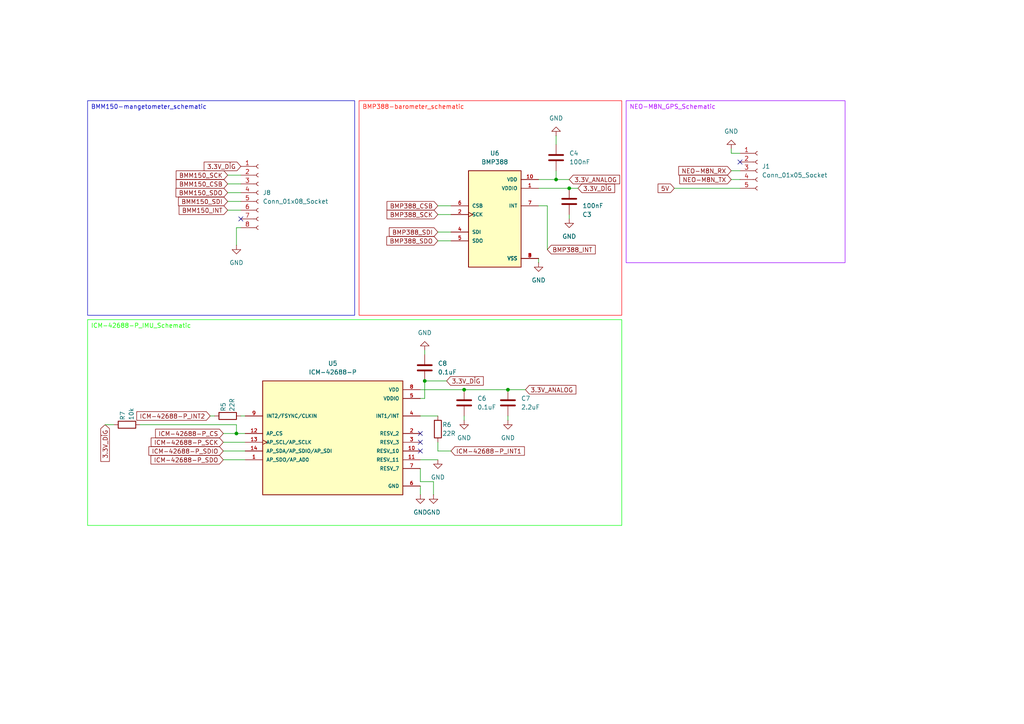
<source format=kicad_sch>
(kicad_sch (version 20250114) (generator "eeschema") (generator_version "9.0")
  (paper "A4")
  (lib_symbols
    (symbol "BMP388:BMP388" (pin_names (offset 1.016))
      (property "Reference" "U" (at -7.6281 15.2562 0))
      (property "Value" "BMP388" (at -7.6268 -15.2536 0))
      (symbol "BMP388_0_0"
        (rectangle (start -7.62 -12.7) (end 7.62 15.24) (stroke (width 0.254)) (fill (type background)))
        (pin input line (at -12.7 5.08 0) (length 5.08) (name "CSB") (number "6"))
        (pin input clock (at -12.7 2.54 0) (length 5.08) (name "SCK") (number "2"))
        (pin bidirectional line (at -12.7 -2.54 0) (length 5.08) (name "SDI") (number "4"))
        (pin bidirectional line (at -12.7 -5.08 0) (length 5.08) (name "SDO") (number "5"))
        (pin power_in line (at 12.7 12.7 180) (length 5.08) (name "VDD") (number "10"))
        (pin power_in line (at 12.7 10.16 180) (length 5.08) (name "VDDIO") (number "1"))
        (pin output line (at 12.7 5.08 180) (length 5.08) (name "INT") (number "7"))
        (pin power_in line (at 12.7 -10.16 180) (length 5.08) (name "VSS") (number "3"))
        (pin power_in line (at 12.7 -10.16 180) (length 5.08) (name "VSS") (number "8"))
        (pin power_in line (at 12.7 -10.16 180) (length 5.08) (name "VSS") (number "9"))
      )
    )
    (symbol "Connector:Conn_01x05_Socket" (pin_names (offset 1.016) (hide yes))
      (property "Reference" "J" (at 0 7.62 0))
      (property "Value" "Conn_01x05_Socket" (at 0 -7.62 0))
      (symbol "Conn_01x05_Socket_1_1"
        (polyline (pts (xy -1.27 5.08) (xy -0.508 5.08)) (stroke (width 0.1524)))
        (polyline (pts (xy -1.27 2.54) (xy -0.508 2.54)) (stroke (width 0.1524)))
        (polyline (pts (xy -1.27 0) (xy -0.508 0)) (stroke (width 0.1524)))
        (polyline (pts (xy -1.27 -2.54) (xy -0.508 -2.54)) (stroke (width 0.1524)))
        (polyline (pts (xy -1.27 -5.08) (xy -0.508 -5.08)) (stroke (width 0.1524)))
        (arc (start 0 4.572) (mid -0.5058 5.08) (end 0 5.588) (stroke (width 0.1524)))
        (arc (start 0 2.032) (mid -0.5058 2.54) (end 0 3.048) (stroke (width 0.1524)))
        (arc (start 0 -0.508) (mid -0.5058 0) (end 0 0.508) (stroke (width 0.1524)))
        (arc (start 0 -3.048) (mid -0.5058 -2.54) (end 0 -2.032) (stroke (width 0.1524)))
        (arc (start 0 -5.588) (mid -0.5058 -5.08) (end 0 -4.572) (stroke (width 0.1524)))
        (pin passive line (at -5.08 5.08 0) (length 3.81) (name "Pin_1") (number "1"))
        (pin passive line (at -5.08 2.54 0) (length 3.81) (name "Pin_2") (number "2"))
        (pin passive line (at -5.08 0 0) (length 3.81) (name "Pin_3") (number "3"))
        (pin passive line (at -5.08 -2.54 0) (length 3.81) (name "Pin_4") (number "4"))
        (pin passive line (at -5.08 -5.08 0) (length 3.81) (name "Pin_5") (number "5"))
      )
    )
    (symbol "Connector:Conn_01x08_Socket" (pin_names (offset 1.016) (hide yes))
      (property "Reference" "J" (at 0 10.16 0))
      (property "Value" "Conn_01x08_Socket" (at 0 -12.7 0))
      (symbol "Conn_01x08_Socket_1_1"
        (polyline (pts (xy -1.27 7.62) (xy -0.508 7.62)) (stroke (width 0.1524)))
        (polyline (pts (xy -1.27 5.08) (xy -0.508 5.08)) (stroke (width 0.1524)))
        (polyline (pts (xy -1.27 2.54) (xy -0.508 2.54)) (stroke (width 0.1524)))
        (polyline (pts (xy -1.27 0) (xy -0.508 0)) (stroke (width 0.1524)))
        (polyline (pts (xy -1.27 -2.54) (xy -0.508 -2.54)) (stroke (width 0.1524)))
        (polyline (pts (xy -1.27 -5.08) (xy -0.508 -5.08)) (stroke (width 0.1524)))
        (polyline (pts (xy -1.27 -7.62) (xy -0.508 -7.62)) (stroke (width 0.1524)))
        (polyline (pts (xy -1.27 -10.16) (xy -0.508 -10.16)) (stroke (width 0.1524)))
        (arc (start 0 7.112) (mid -0.5058 7.62) (end 0 8.128) (stroke (width 0.1524)))
        (arc (start 0 4.572) (mid -0.5058 5.08) (end 0 5.588) (stroke (width 0.1524)))
        (arc (start 0 2.032) (mid -0.5058 2.54) (end 0 3.048) (stroke (width 0.1524)))
        (arc (start 0 -0.508) (mid -0.5058 0) (end 0 0.508) (stroke (width 0.1524)))
        (arc (start 0 -3.048) (mid -0.5058 -2.54) (end 0 -2.032) (stroke (width 0.1524)))
        (arc (start 0 -5.588) (mid -0.5058 -5.08) (end 0 -4.572) (stroke (width 0.1524)))
        (arc (start 0 -8.128) (mid -0.5058 -7.62) (end 0 -7.112) (stroke (width 0.1524)))
        (arc (start 0 -10.668) (mid -0.5058 -10.16) (end 0 -9.652) (stroke (width 0.1524)))
        (pin passive line (at -5.08 7.62 0) (length 3.81) (name "Pin_1") (number "1"))
        (pin passive line (at -5.08 5.08 0) (length 3.81) (name "Pin_2") (number "2"))
        (pin passive line (at -5.08 2.54 0) (length 3.81) (name "Pin_3") (number "3"))
        (pin passive line (at -5.08 0 0) (length 3.81) (name "Pin_4") (number "4"))
        (pin passive line (at -5.08 -2.54 0) (length 3.81) (name "Pin_5") (number "5"))
        (pin passive line (at -5.08 -5.08 0) (length 3.81) (name "Pin_6") (number "6"))
        (pin passive line (at -5.08 -7.62 0) (length 3.81) (name "Pin_7") (number "7"))
        (pin passive line (at -5.08 -10.16 0) (length 3.81) (name "Pin_8") (number "8"))
      )
    )
    (symbol "Device:C" (pin_numbers (hide yes)) (pin_names (offset 0.254))
      (property "Reference" "C" (at 0.635 2.54 0))
      (property "Value" "C" (at 0.635 -2.54 0))
      (symbol "C_0_1"
        (polyline (pts (xy -2.032 0.762) (xy 2.032 0.762)) (stroke (width 0.508)))
        (polyline (pts (xy -2.032 -0.762) (xy 2.032 -0.762)) (stroke (width 0.508)))
      )
      (symbol "C_1_1"
        (pin passive line (at 0 3.81 270) (length 2.794) (name "~") (number "1"))
        (pin passive line (at 0 -3.81 90) (length 2.794) (name "~") (number "2"))
      )
    )
    (symbol "Device:R" (pin_numbers (hide yes)) (pin_names (offset 0))
      (property "Reference" "R" (at 2.032 0 90))
      (property "Value" "R" (at 0 0 90))
      (symbol "R_0_1"
        (rectangle (start -1.016 -2.54) (end 1.016 2.54) (stroke (width 0.254)))
      )
      (symbol "R_1_1"
        (pin passive line (at 0 3.81 270) (length 1.27) (name "~") (number "1"))
        (pin passive line (at 0 -3.81 90) (length 1.27) (name "~") (number "2"))
      )
    )
    (symbol "ICM-42688-P:ICM-42688-P" (pin_names (offset 1.016))
      (property "Reference" "U" (at -20.32 16.002 0))
      (property "Value" "ICM-42688-P" (at -20.32 -20.32 0))
      (symbol "ICM-42688-P_0_0"
        (rectangle (start -20.32 -17.78) (end 20.32 15.24) (stroke (width 0.254)) (fill (type background)))
        (pin bidirectional line (at -25.4 5.08 0) (length 5.08) (name "INT2/FSYNC/CLKIN") (number "9"))
        (pin input line (at -25.4 0 0) (length 5.08) (name "AP_CS") (number "12"))
        (pin input clock (at -25.4 -2.54 0) (length 5.08) (name "AP_SCL/AP_SCLK") (number "13"))
        (pin bidirectional line (at -25.4 -5.08 0) (length 5.08) (name "AP_SDA/AP_SDIO/AP_SDI") (number "14"))
        (pin bidirectional line (at -25.4 -7.62 0) (length 5.08) (name "AP_SDO/AP_AD0") (number "1"))
        (pin power_in line (at 25.4 12.7 180) (length 5.08) (name "VDD") (number "8"))
        (pin power_in line (at 25.4 10.16 180) (length 5.08) (name "VDDIO") (number "5"))
        (pin output line (at 25.4 5.08 180) (length 5.08) (name "INT1/INT") (number "4"))
        (pin passive line (at 25.4 0 180) (length 5.08) (name "RESV_2") (number "2"))
        (pin passive line (at 25.4 -2.54 180) (length 5.08) (name "RESV_3") (number "3"))
        (pin passive line (at 25.4 -5.08 180) (length 5.08) (name "RESV_10") (number "10"))
        (pin passive line (at 25.4 -7.62 180) (length 5.08) (name "RESV_11") (number "11"))
        (pin passive line (at 25.4 -10.16 180) (length 5.08) (name "RESV_7") (number "7"))
        (pin power_in line (at 25.4 -15.24 180) (length 5.08) (name "GND") (number "6"))
      )
    )
    (symbol "power:GND" (power) (pin_numbers (hide yes)) (pin_names (offset 0) (hide yes))
      (property "Value" "GND" (at 0 -3.81 0))
      (symbol "GND_0_1"
        (polyline (pts (xy 0 0) (xy 0 -1.27) (xy 1.27 -1.27) (xy 0 -2.54) (xy -1.27 -1.27) (xy 0 -1.27)))
      )
      (symbol "GND_1_1"
        (pin power_in line (at 0 0 270) (length 0) (name "~") (number "1"))
      )
    )
  )
  (text_box "BMP388-barometer_schematic\n" (at 104.14 29.21 0) (size 76.2 62.23) (margins 0.9525 0.9525 0.9525 0.9525) (stroke (width 0) (color 255 8 17 1)) (effects (font (size 1.27 1.27)) (justify left top)))
  (text_box "NEO-M8N_GPS_Schematic\n" (at 181.61 29.21 0) (size 63.5 46.99) (margins 0.9525 0.9525 0.9525 0.9525) (stroke (width 0) (color 153 0 255 1)) (effects (font (size 1.27 1.27)) (justify left top)))
  (text_box "BMM150-mangetometer_schematic\n" (at 25.4 29.21 0) (size 77.47 62.23) (margins 0.9525 0.9525 0.9525 0.9525) (effects (font (size 1.27 1.27)) (justify left top)))
  (text_box "ICM-42688-P_IMU_Schematic\n" (at 25.4 92.71 0) (size 154.94 59.69) (margins 0.9525 0.9525 0.9525 0.9525) (stroke (width 0) (color 0 255 8 1)) (effects (font (size 1.27 1.27)) (justify left top)))
  (junction (at 134.62 113.03))
  (junction (at 161.29 52.07))
  (junction (at 123.19 110.49))
  (junction (at 165.1 54.61))
  (junction (at 68.58 125.73))
  (junction (at 147.32 113.03))
  (no_connect (at 214.63 46.99))
  (no_connect (at 121.92 128.27))
  (no_connect (at 121.92 125.73))
  (no_connect (at 121.92 130.81))
  (no_connect (at 69.85 63.5))
  (wire (pts (xy 212.09 43.18) (xy 212.09 44.45)))
  (wire (pts (xy 121.92 115.57) (xy 123.19 115.57)))
  (wire (pts (xy 123.19 115.57) (xy 123.19 110.49)))
  (wire (pts (xy 165.1 62.23) (xy 165.1 63.5)))
  (wire (pts (xy 127 67.31) (xy 130.81 67.31)))
  (wire (pts (xy 68.58 123.19) (xy 68.58 125.73)))
  (wire (pts (xy 158.75 59.69) (xy 158.75 72.39)))
  (wire (pts (xy 66.04 53.34) (xy 69.85 53.34)))
  (wire (pts (xy 134.62 120.65) (xy 134.62 121.92)))
  (wire (pts (xy 127 62.23) (xy 130.81 62.23)))
  (wire (pts (xy 161.29 52.07) (xy 165.1 52.07)))
  (wire (pts (xy 167.64 54.61) (xy 165.1 54.61)))
  (wire (pts (xy 127 59.69) (xy 130.81 59.69)))
  (wire (pts (xy 40.64 123.19) (xy 68.58 123.19)))
  (wire (pts (xy 125.73 139.7) (xy 125.73 143.51)))
  (wire (pts (xy 123.19 110.49) (xy 129.54 110.49)))
  (wire (pts (xy 68.58 66.04) (xy 69.85 66.04)))
  (wire (pts (xy 66.04 55.88) (xy 69.85 55.88)))
  (wire (pts (xy 127 69.85) (xy 130.81 69.85)))
  (wire (pts (xy 64.77 125.73) (xy 68.58 125.73)))
  (wire (pts (xy 127 128.27) (xy 127 130.81)))
  (wire (pts (xy 134.62 113.03) (xy 147.32 113.03)))
  (wire (pts (xy 66.04 58.42) (xy 69.85 58.42)))
  (wire (pts (xy 121.92 113.03) (xy 134.62 113.03)))
  (wire (pts (xy 64.77 133.35) (xy 71.12 133.35)))
  (wire (pts (xy 121.92 120.65) (xy 127 120.65)))
  (wire (pts (xy 66.04 60.96) (xy 69.85 60.96)))
  (wire (pts (xy 68.58 125.73) (xy 71.12 125.73)))
  (wire (pts (xy 156.21 59.69) (xy 158.75 59.69)))
  (wire (pts (xy 69.85 120.65) (xy 71.12 120.65)))
  (wire (pts (xy 156.21 52.07) (xy 161.29 52.07)))
  (wire (pts (xy 147.32 120.65) (xy 147.32 121.92)))
  (wire (pts (xy 64.77 130.81) (xy 71.12 130.81)))
  (wire (pts (xy 156.21 74.93) (xy 156.21 76.2)))
  (wire (pts (xy 161.29 39.37) (xy 161.29 41.91)))
  (wire (pts (xy 68.58 71.12) (xy 68.58 66.04)))
  (wire (pts (xy 30.48 123.19) (xy 33.02 123.19)))
  (wire (pts (xy 60.96 120.65) (xy 62.23 120.65)))
  (wire (pts (xy 123.19 101.6) (xy 123.19 102.87)))
  (wire (pts (xy 121.92 135.89) (xy 121.92 139.7)))
  (wire (pts (xy 121.92 139.7) (xy 125.73 139.7)))
  (wire (pts (xy 64.77 128.27) (xy 71.12 128.27)))
  (wire (pts (xy 212.09 44.45) (xy 214.63 44.45)))
  (wire (pts (xy 127 130.81) (xy 130.81 130.81)))
  (wire (pts (xy 121.92 133.35) (xy 127 133.35)))
  (wire (pts (xy 161.29 49.53) (xy 161.29 52.07)))
  (wire (pts (xy 195.58 54.61) (xy 214.63 54.61)))
  (wire (pts (xy 212.09 52.07) (xy 214.63 52.07)))
  (wire (pts (xy 121.92 140.97) (xy 121.92 143.51)))
  (wire (pts (xy 156.21 54.61) (xy 165.1 54.61)))
  (wire (pts (xy 147.32 113.03) (xy 152.4 113.03)))
  (wire (pts (xy 66.04 50.8) (xy 69.85 50.8)))
  (wire (pts (xy 212.09 49.53) (xy 214.63 49.53)))
  (global_label "NEO-M8N_TX" (shape input) (at 212.09 52.07 180) (property "Intersheetrefs" "${INTERSHEET_REFS}" (effects (hide yes))))
  (global_label "ICM-42688-P_SDO" (shape input) (at 64.77 133.35 180) (property "Intersheetrefs" "${INTERSHEET_REFS}" (effects (hide yes))))
  (global_label "BMM150_SCK" (shape input) (at 66.04 50.8 180) (property "Intersheetrefs" "${INTERSHEET_REFS}" (effects (hide yes))))
  (global_label "NEO-M8N_RX" (shape input) (at 212.09 49.53 180) (property "Intersheetrefs" "${INTERSHEET_REFS}" (effects (hide yes))))
  (global_label "BMM150_SDI" (shape input) (at 66.04 58.42 180) (property "Intersheetrefs" "${INTERSHEET_REFS}" (effects (hide yes))))
  (global_label "3.3V_ANALOG" (shape input) (at 152.4 113.03 0) (property "Intersheetrefs" "${INTERSHEET_REFS}" (effects (hide yes))))
  (global_label "ICM-42688-P_SDIO" (shape input) (at 64.77 130.81 180) (property "Intersheetrefs" "${INTERSHEET_REFS}" (effects (hide yes))))
  (global_label "ICM-42688-P_INT1" (shape input) (at 130.81 130.81 0) (property "Intersheetrefs" "${INTERSHEET_REFS}" (effects (hide yes))))
  (global_label "ICM-42688-P_SCK" (shape input) (at 64.77 128.27 180) (property "Intersheetrefs" "${INTERSHEET_REFS}" (effects (hide yes))))
  (global_label "3.3V_DİG" (shape input) (at 69.85 48.26 180) (property "Intersheetrefs" "${INTERSHEET_REFS}" (effects (hide yes))))
  (global_label "BMM150_INT" (shape input) (at 66.04 60.96 180) (property "Intersheetrefs" "${INTERSHEET_REFS}" (effects (hide yes))))
  (global_label "3.3V_DİG" (shape input) (at 167.64 54.61 0) (property "Intersheetrefs" "${INTERSHEET_REFS}" (effects (hide yes))))
  (global_label "3.3V_DİG" (shape input) (at 30.48 123.19 270) (property "Intersheetrefs" "${INTERSHEET_REFS}" (effects (hide yes))))
  (global_label "5V" (shape input) (at 195.58 54.61 180) (property "Intersheetrefs" "${INTERSHEET_REFS}" (effects (hide yes))))
  (global_label "BMP388_SDO" (shape input) (at 127 69.85 180) (property "Intersheetrefs" "${INTERSHEET_REFS}" (effects (hide yes))))
  (global_label "BMP388_SCK" (shape input) (at 127 62.23 180) (property "Intersheetrefs" "${INTERSHEET_REFS}" (effects (hide yes))))
  (global_label "3.3V_DİG" (shape input) (at 129.54 110.49 0) (property "Intersheetrefs" "${INTERSHEET_REFS}" (effects (hide yes))))
  (global_label "BMM150_SDO" (shape input) (at 66.04 55.88 180) (property "Intersheetrefs" "${INTERSHEET_REFS}" (effects (hide yes))))
  (global_label "3.3V_ANALOG" (shape input) (at 165.1 52.07 0) (property "Intersheetrefs" "${INTERSHEET_REFS}" (effects (hide yes))))
  (global_label "BMM150_CSB" (shape input) (at 66.04 53.34 180) (property "Intersheetrefs" "${INTERSHEET_REFS}" (effects (hide yes))))
  (global_label "BMP388_CSB" (shape input) (at 127 59.69 180) (property "Intersheetrefs" "${INTERSHEET_REFS}" (effects (hide yes))))
  (global_label "BMP388_INT" (shape input) (at 158.75 72.39 0) (property "Intersheetrefs" "${INTERSHEET_REFS}" (effects (hide yes))))
  (global_label "ICM-42688-P_CS" (shape input) (at 64.77 125.73 180) (property "Intersheetrefs" "${INTERSHEET_REFS}" (effects (hide yes))))
  (global_label "ICM-42688-P_INT2" (shape input) (at 60.96 120.65 180) (property "Intersheetrefs" "${INTERSHEET_REFS}" (effects (hide yes))))
  (global_label "BMP388_SDI" (shape input) (at 127 67.31 180) (property "Intersheetrefs" "${INTERSHEET_REFS}" (effects (hide yes))))
  (symbol (lib_id "power:GND") (at 121.92 143.51 0) (unit 1)
    (property "Reference" "#PWR012" (effects (hide yes)))
    (property "Value" "GND" (at 121.92 148.59 0))
    (property "Description" "Power symbol creates a global label with name \"GND\" , ground" (effects (hide yes)))
  )
  (symbol (lib_id "power:GND") (at 161.29 39.37 180) (unit 1)
    (property "Reference" "#PWR04" (effects (hide yes)))
    (property "Value" "GND" (at 161.29 34.29 0))
    (property "Description" "Power symbol creates a global label with name \"GND\" , ground" (effects (hide yes)))
  )
  (symbol (lib_id "Device:C") (at 147.32 116.84 0) (unit 1)
    (property "Reference" "C7" (at 151.13 115.5699 0) (effects (justify left)))
    (property "Value" "2.2uF" (at 151.13 118.1099 0) (effects (justify left)))
    (property "Footprint" "Capacitor_SMD:C_0402_1005Metric" (effects (hide yes)))
    (property "Description" "Unpolarized capacitor" (effects (hide yes)))
  )
  (symbol (lib_id "power:GND") (at 156.21 76.2 0) (unit 1)
    (property "Reference" "#PWR05" (effects (hide yes)))
    (property "Value" "GND" (at 156.21 81.28 0))
    (property "Description" "Power symbol creates a global label with name \"GND\" , ground" (effects (hide yes)))
  )
  (symbol (lib_id "power:GND") (at 212.09 43.18 180) (unit 1)
    (property "Reference" "#PWR014" (effects (hide yes)))
    (property "Value" "GND" (at 212.09 38.1 0))
    (property "Description" "Power symbol creates a global label with name \"GND\" , ground" (effects (hide yes)))
  )
  (symbol (lib_id "Device:R") (at 127 124.46 0) (unit 1)
    (property "Reference" "R6" (at 128.27 123.19 0) (effects (justify left)))
    (property "Value" "22R" (at 128.27 125.73 0) (effects (justify left)))
    (property "Footprint" "Resistor_SMD:R_0402_1005Metric" (effects (hide yes)))
    (property "Description" "Resistor" (effects (hide yes)))
  )
  (symbol (lib_id "power:GND") (at 134.62 121.92 0) (unit 1)
    (property "Reference" "#PWR08" (effects (hide yes)))
    (property "Value" "GND" (at 134.62 127 0))
    (property "Description" "Power symbol creates a global label with name \"GND\" , ground" (effects (hide yes)))
  )
  (symbol (lib_id "Device:R") (at 66.04 120.65 90) (unit 1)
    (property "Reference" "R5" (at 64.77 119.38 0) (effects (justify left)))
    (property "Value" "22R" (at 67.31 119.38 0) (effects (justify left)))
    (property "Footprint" "Resistor_SMD:R_0402_1005Metric" (effects (hide yes)))
    (property "Description" "Resistor" (effects (hide yes)))
  )
  (symbol (lib_id "Device:C") (at 165.1 58.42 0) (unit 1)
    (property "Reference" "C3" (at 168.91 62.23 0) (effects (justify left)))
    (property "Value" "100nF" (at 168.91 59.6899 0) (effects (justify left)))
    (property "Footprint" "Capacitor_SMD:C_0402_1005Metric" (effects (hide yes)))
    (property "Description" "Unpolarized capacitor" (effects (hide yes)))
  )
  (symbol (lib_id "Connector:Conn_01x08_Socket") (at 74.93 55.88 0) (unit 1)
    (property "Reference" "J8" (at 76.2 55.8799 0) (effects (justify left)))
    (property "Value" "Conn_01x08_Socket" (at 76.2 58.4199 0) (effects (justify left)))
    (property "Footprint" "Connector_JST:JST_SH_SM08B-SRSS-TB_1x08-1MP_P1.00mm_Horizontal" (effects (hide yes)))
    (property "Description" "Generic connector, single row, 01x08, script generated" (effects (hide yes)))
  )
  (symbol (lib_id "power:GND") (at 147.32 121.92 0) (unit 1)
    (property "Reference" "#PWR09" (effects (hide yes)))
    (property "Value" "GND" (at 147.32 127 0))
    (property "Description" "Power symbol creates a global label with name \"GND\" , ground" (effects (hide yes)))
  )
  (symbol (lib_id "Device:C") (at 123.19 106.68 0) (unit 1)
    (property "Reference" "C8" (at 127 105.4099 0) (effects (justify left)))
    (property "Value" "0.1uF" (at 127 107.9499 0) (effects (justify left)))
    (property "Footprint" "Capacitor_SMD:C_0402_1005Metric" (effects (hide yes)))
    (property "Description" "Unpolarized capacitor" (effects (hide yes)))
  )
  (symbol (lib_id "Device:C") (at 134.62 116.84 0) (unit 1)
    (property "Reference" "C6" (at 138.43 115.5699 0) (effects (justify left)))
    (property "Value" "0.1uF" (at 138.43 118.1099 0) (effects (justify left)))
    (property "Footprint" "Capacitor_SMD:C_0402_1005Metric" (effects (hide yes)))
    (property "Description" "Unpolarized capacitor" (effects (hide yes)))
  )
  (symbol (lib_id "power:GND") (at 127 133.35 0) (unit 1)
    (property "Reference" "#PWR011" (effects (hide yes)))
    (property "Value" "GND" (at 127 138.43 0))
    (property "Description" "Power symbol creates a global label with name \"GND\" , ground" (effects (hide yes)))
  )
  (symbol (lib_id "ICM-42688-P:ICM-42688-P") (at 96.52 125.73 0) (unit 1)
    (property "Reference" "U5" (at 96.52 105.41 0))
    (property "Value" "ICM-42688-P" (at 96.52 107.95 0))
    (property "Footprint" "ICM-42688-P:PQFN50P300X250X97-14N" (effects (hide yes)))
    (property "MF" "TDK InvenSense" (effects (hide yes)))
    (property "MAXIMUM_PACKAGE_HEIGHT" "0.97mm" (effects (hide yes)))
    (property "Package" "LGA-14 TDK InvenSense" (effects (hide yes)))
    (property "Price" "None" (effects (hide yes)))
    (property "Check_prices" "https://www.snapeda.com/parts/ICM-42688-P/TDK/view-part/?ref=eda" (effects (hide yes)))
    (property "STANDARD" "IPC-7351B" (effects (hide yes)))
    (property "PARTREV" "1.2" (effects (hide yes)))
    (property "SnapEDA_Link" "https://www.snapeda.com/parts/ICM-42688-P/TDK/view-part/?ref=snap" (effects (hide yes)))
    (property "MP" "ICM-42688-P" (effects (hide yes)))
    (property "Description_1" "\n                        \n                            Accelerometer, Gyroscope, 6 Axis Sensor - Output\n                        \n" (effects (hide yes)))
    (property "Availability" "In Stock" (effects (hide yes)))
    (property "MANUFACTURER" "TDK InvenSense" (effects (hide yes)))
  )
  (symbol (lib_id "power:GND") (at 123.19 101.6 180) (unit 1)
    (property "Reference" "#PWR010" (effects (hide yes)))
    (property "Value" "GND" (at 123.19 96.52 0))
    (property "Description" "Power symbol creates a global label with name \"GND\" , ground" (effects (hide yes)))
  )
  (symbol (lib_id "power:GND") (at 125.73 143.51 0) (unit 1)
    (property "Reference" "#PWR013" (effects (hide yes)))
    (property "Value" "GND" (at 125.73 148.59 0))
    (property "Description" "Power symbol creates a global label with name \"GND\" , ground" (effects (hide yes)))
  )
  (symbol (lib_id "BMP388:BMP388") (at 143.51 64.77 0) (unit 1)
    (property "Reference" "U6" (at 143.51 44.45 0))
    (property "Value" "BMP388" (at 143.51 46.99 0))
    (property "Footprint" "BMP388:PQFN50P200X200X80-10N" (effects (hide yes)))
    (property "MF" "Bosch Sensortec" (effects (hide yes)))
    (property "Description_1" "\n                        \n                            Pressure Sensor 4.35PSI ~ 18.13PSI (30kPa ~ 125kPa) Absolute - - 10-WFLGA\n                        \n" (effects (hide yes)))
    (property "Package" "WFLGA-10 Bosch Tools" (effects (hide yes)))
    (property "Price" "None" (effects (hide yes)))
    (property "Check_prices" "https://www.snapeda.com/parts/BMP388/Bosch/view-part/?ref=eda" (effects (hide yes)))
    (property "STANDARD" "IPC 7351B" (effects (hide yes)))
    (property "PARTREV" "1.1" (effects (hide yes)))
    (property "SnapEDA_Link" "https://www.snapeda.com/parts/BMP388/Bosch/view-part/?ref=snap" (effects (hide yes)))
    (property "MP" "BMP388" (effects (hide yes)))
    (property "Availability" "In Stock" (effects (hide yes)))
    (property "MANUFACTURER" "BOSCH" (effects (hide yes)))
  )
  (symbol (lib_id "power:GND") (at 165.1 63.5 0) (unit 1)
    (property "Reference" "#PWR02" (effects (hide yes)))
    (property "Value" "GND" (at 165.1 68.58 0))
    (property "Description" "Power symbol creates a global label with name \"GND\" , ground" (effects (hide yes)))
  )
  (symbol (lib_id "power:GND") (at 68.58 71.12 0) (unit 1)
    (property "Reference" "#PWR040" (effects (hide yes)))
    (property "Value" "GND" (at 68.58 76.2 0))
    (property "Description" "Power symbol creates a global label with name \"GND\" , ground" (effects (hide yes)))
  )
  (symbol (lib_id "Device:R") (at 36.83 123.19 90) (unit 1)
    (property "Reference" "R7" (at 35.56 121.92 0) (effects (justify left)))
    (property "Value" "10k" (at 38.1 121.92 0) (effects (justify left)))
    (property "Footprint" "Resistor_SMD:R_0402_1005Metric" (effects (hide yes)))
    (property "Description" "Resistor" (effects (hide yes)))
  )
  (symbol (lib_id "Connector:Conn_01x05_Socket") (at 219.71 49.53 0) (unit 1)
    (property "Reference" "J1" (at 220.98 48.2599 0) (effects (justify left)))
    (property "Value" "Conn_01x05_Socket" (at 220.98 50.7999 0) (effects (justify left)))
    (property "Footprint" "Connector_JST:JST_SH_SM05B-SRSS-TB_1x05-1MP_P1.00mm_Horizontal" (effects (hide yes)))
    (property "Description" "Generic connector, single row, 01x05, script generated" (effects (hide yes)))
  )
  (symbol (lib_id "Device:C") (at 161.29 45.72 0) (unit 1)
    (property "Reference" "C4" (at 165.1 44.4499 0) (effects (justify left)))
    (property "Value" "100nF" (at 165.1 46.9899 0) (effects (justify left)))
    (property "Footprint" "Capacitor_SMD:C_0402_1005Metric" (effects (hide yes)))
    (property "Description" "Unpolarized capacitor" (effects (hide yes)))
  )
)
</source>
